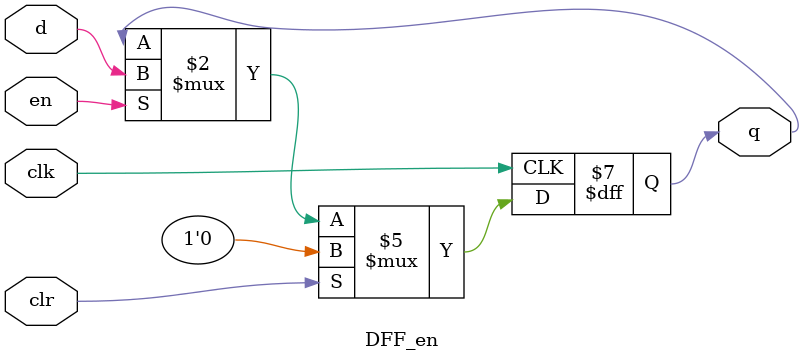
<source format=v>

module PIPO (
  output reg [15:0] data_out,
  input  [15:0] data_in,
  input  clk, load
);
  always @(posedge clk)
    if (load)
      data_out <= data_in; // Loads data_in when load is active
endmodule

module DFF_en (
  input d, clk, clr, en,
  output reg q
);
  always @(posedge clk)
    if (clr) 
      q <= 0; // Required for initialization
    else if (en)
      q <= d;
endmodule

</source>
